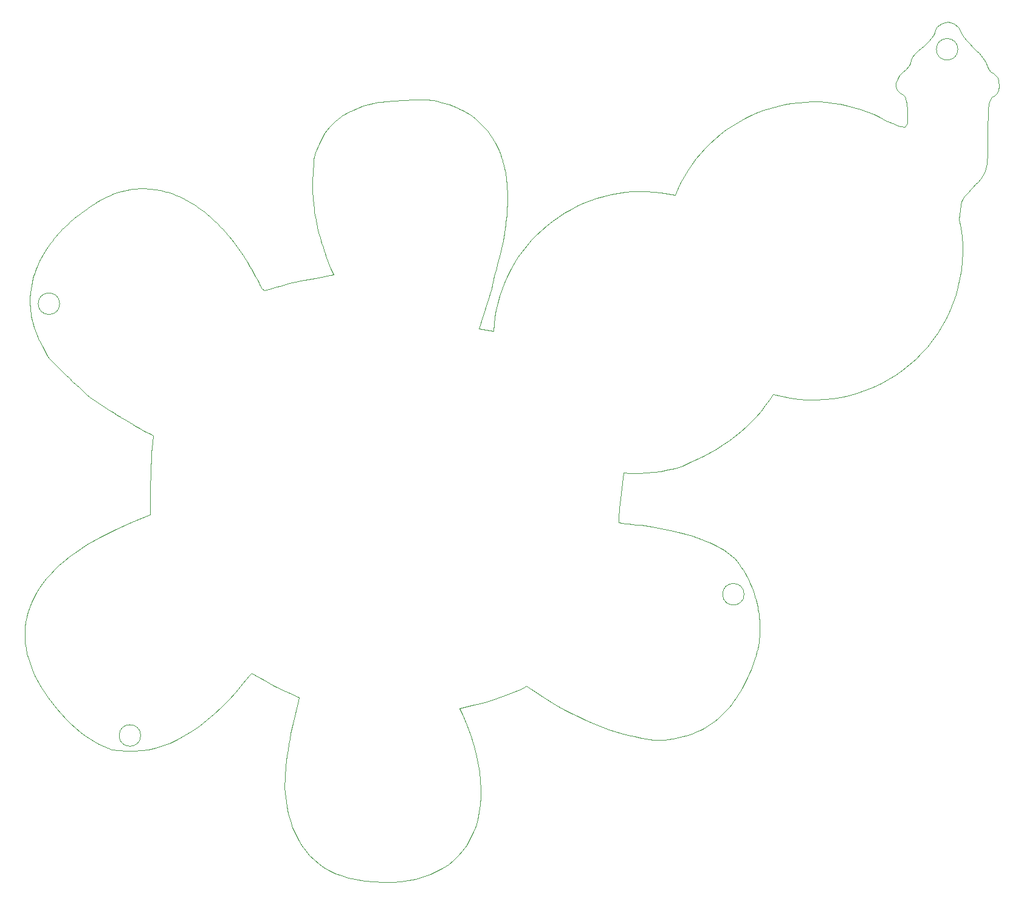
<source format=gbr>
%TF.GenerationSoftware,KiCad,Pcbnew,7.0.9*%
%TF.CreationDate,2024-02-03T11:29:30-06:00*%
%TF.ProjectId,bsidesPR,62736964-6573-4505-922e-6b696361645f,rev?*%
%TF.SameCoordinates,Original*%
%TF.FileFunction,Profile,NP*%
%FSLAX46Y46*%
G04 Gerber Fmt 4.6, Leading zero omitted, Abs format (unit mm)*
G04 Created by KiCad (PCBNEW 7.0.9) date 2024-02-03 11:29:30*
%MOMM*%
%LPD*%
G01*
G04 APERTURE LIST*
%TA.AperFunction,Profile*%
%ADD10C,0.100000*%
%TD*%
G04 APERTURE END LIST*
D10*
X83888372Y-73787501D02*
G75*
G03*
X83888372Y-73787501I-1500000J0D01*
G01*
X209018000Y-38330000D02*
G75*
G03*
X209018000Y-38330000I-1500000J0D01*
G01*
X208021970Y-34570173D02*
X208479278Y-34746723D01*
X209081367Y-35277964D01*
X209315597Y-35698040D01*
X209524504Y-36092953D01*
X209855657Y-36584280D01*
X210277365Y-37129460D01*
X210593025Y-37501618D01*
X211094858Y-38041134D01*
X211607857Y-38533478D01*
X211939043Y-38868128D01*
X212244064Y-39205592D01*
X212516386Y-39537292D01*
X212894915Y-40078335D01*
X213162990Y-40747363D01*
X213284099Y-41138207D01*
X213588928Y-41476859D01*
X214022781Y-41700750D01*
X214549815Y-42287439D01*
X214699026Y-42706736D01*
X214765772Y-43357384D01*
X214645721Y-44061343D01*
X214458283Y-44458358D01*
X214174474Y-44778968D01*
X213747848Y-45009642D01*
X213457005Y-45473126D01*
X213347481Y-45931083D01*
X213249091Y-46768353D01*
X213221358Y-47194058D01*
X213199552Y-47676228D01*
X213172075Y-48821188D01*
X213163663Y-50226866D01*
X213160619Y-51933589D01*
X213151967Y-52633614D01*
X213134376Y-53246043D01*
X213104623Y-53781591D01*
X213059698Y-54251248D01*
X212911129Y-55036055D01*
X212736027Y-55527076D01*
X212496679Y-55967704D01*
X212185457Y-56392188D01*
X211795087Y-56834512D01*
X211487102Y-57156410D01*
X211138309Y-57511510D01*
X210792496Y-57863387D01*
X210492473Y-58175010D01*
X209921618Y-58839325D01*
X209685418Y-59206430D01*
X209515412Y-59588795D01*
X209400344Y-60020707D01*
X209316109Y-60740028D01*
X209234038Y-61311898D01*
X209193207Y-62003478D01*
X209410790Y-63177754D01*
X209560072Y-64357712D01*
X209641463Y-65540382D01*
X209655233Y-66723002D01*
X209601825Y-67902618D01*
X209481638Y-69076422D01*
X209294977Y-70241506D01*
X209042330Y-71394994D01*
X208723922Y-72534035D01*
X208340274Y-73655748D01*
X207891706Y-74757266D01*
X207378546Y-75835757D01*
X206804335Y-76882977D01*
X206173623Y-77891373D01*
X205488518Y-78858985D01*
X204751158Y-79783783D01*
X203963674Y-80663817D01*
X203128101Y-81497083D01*
X202246578Y-82281587D01*
X201321203Y-83015386D01*
X200354115Y-83696421D01*
X199347382Y-84322787D01*
X198303174Y-84892452D01*
X197223501Y-85403449D01*
X196116248Y-85851604D01*
X194989808Y-86233971D01*
X193847090Y-86550376D01*
X192690970Y-86800547D01*
X191524276Y-86984321D01*
X190349916Y-87101523D01*
X189170837Y-87151884D01*
X187989859Y-87135233D01*
X186809939Y-87051331D01*
X185633848Y-86900014D01*
X184464638Y-86681073D01*
X183305065Y-86394276D01*
X182767825Y-87135910D01*
X182190354Y-87937265D01*
X181573862Y-88744660D01*
X180919686Y-89556801D01*
X180228982Y-90250586D01*
X179503053Y-90909780D01*
X178743207Y-91601867D01*
X177950668Y-92283988D01*
X177126654Y-92850805D01*
X176272528Y-93415518D01*
X175389546Y-94008855D01*
X174478823Y-94507744D01*
X173545109Y-95007922D01*
X172593210Y-95457636D01*
X171624833Y-95927765D01*
X170641740Y-96408514D01*
X169645589Y-96697654D01*
X168638182Y-96886273D01*
X167621171Y-97148757D01*
X166596301Y-97278646D01*
X165565287Y-97359900D01*
X164529899Y-97392147D01*
X163491803Y-97375092D01*
X162452682Y-97308350D01*
X161944977Y-101665655D01*
X161866166Y-102258515D01*
X161801863Y-102759811D01*
X161757915Y-103175984D01*
X161771310Y-103870045D01*
X161790808Y-104306909D01*
X162259788Y-104378799D01*
X162710551Y-104410610D01*
X163117063Y-104463618D01*
X163609474Y-104516145D01*
X164192737Y-104575497D01*
X164871674Y-104649189D01*
X166394828Y-104846489D01*
X167691643Y-105117416D01*
X168934985Y-105387431D01*
X170078792Y-105653952D01*
X171092647Y-105913079D01*
X171967658Y-106161657D01*
X172716553Y-106399996D01*
X173366283Y-106631622D01*
X173946974Y-106861886D01*
X174482821Y-107095747D01*
X174989276Y-107336730D01*
X175473620Y-107586597D01*
X175938523Y-107846029D01*
X176384039Y-108115434D01*
X176808791Y-108394741D01*
X177210456Y-108684077D01*
X177586814Y-108983459D01*
X177936625Y-109293015D01*
X178226914Y-109671240D01*
X178515073Y-110057676D01*
X178798409Y-110459678D01*
X179075209Y-110881690D01*
X179342844Y-111326421D01*
X179599087Y-111790346D01*
X179841536Y-112271222D01*
X180066714Y-112756176D01*
X180273274Y-113242724D01*
X180457219Y-113712889D01*
X180619728Y-114167891D01*
X180758532Y-114595535D01*
X180876580Y-114996038D01*
X180975338Y-115374367D01*
X181057065Y-115720580D01*
X181126687Y-116059168D01*
X181184069Y-116369404D01*
X181235138Y-116684960D01*
X181278109Y-116984342D01*
X181317314Y-117295692D01*
X181350511Y-117605521D01*
X181379406Y-117929416D01*
X181402229Y-118262099D01*
X181418339Y-118608994D01*
X181426133Y-118968633D01*
X181424066Y-119341843D01*
X181410536Y-119728079D01*
X181383612Y-120127092D01*
X181341995Y-120538386D01*
X181284109Y-120962297D01*
X181209399Y-121398040D01*
X181116345Y-121846769D01*
X181006092Y-122307033D01*
X180877902Y-122780251D01*
X180734724Y-123263538D01*
X180577743Y-123757168D01*
X180411774Y-124256941D01*
X180240517Y-124760785D01*
X179991596Y-125309689D01*
X179738268Y-125843477D01*
X179480463Y-126361219D01*
X179216657Y-126863572D01*
X178945593Y-127351306D01*
X178666599Y-127824588D01*
X178379457Y-128283258D01*
X178084009Y-128727140D01*
X177779844Y-129156746D01*
X177465610Y-129573528D01*
X177138318Y-129980616D01*
X176792753Y-130382553D01*
X176421818Y-130783841D01*
X176017919Y-131186515D01*
X175577121Y-131587267D01*
X175102341Y-131976579D01*
X174604201Y-132341449D01*
X174097546Y-132670568D01*
X173595129Y-132958831D01*
X173103294Y-133208425D01*
X172621016Y-133426040D01*
X172142583Y-133618974D01*
X171659055Y-133792874D01*
X171157319Y-133951753D01*
X170617563Y-134099241D01*
X170015851Y-134239776D01*
X169336073Y-134377803D01*
X168586192Y-134516167D01*
X168190535Y-134561644D01*
X167392060Y-134604206D01*
X166550487Y-134554082D01*
X166060823Y-134494193D01*
X164978018Y-134303366D01*
X163961760Y-134107180D01*
X163018449Y-133899563D01*
X162129804Y-133673704D01*
X161270182Y-133423701D01*
X160419316Y-133145892D01*
X159565903Y-132838435D01*
X158705640Y-132501042D01*
X157837647Y-132134409D01*
X156962428Y-131740418D01*
X156081169Y-131322644D01*
X155195512Y-130887101D01*
X154307475Y-130441929D01*
X153404410Y-129925277D01*
X152496403Y-129379753D01*
X151584086Y-128805718D01*
X148905357Y-127081564D01*
X148390835Y-127357474D01*
X147830427Y-127630204D01*
X147112325Y-127935178D01*
X146274341Y-128259554D01*
X145354597Y-128590130D01*
X144390834Y-128913929D01*
X143421239Y-129217957D01*
X142483688Y-129489157D01*
X141616067Y-129714471D01*
X139618678Y-130196164D01*
X139983513Y-131022413D01*
X140570033Y-132426533D01*
X141079027Y-133802198D01*
X141511581Y-135147823D01*
X141868413Y-136461805D01*
X142150532Y-137742646D01*
X142358822Y-138988801D01*
X142494134Y-140198641D01*
X142557380Y-141370663D01*
X142549377Y-142503271D01*
X142471211Y-143594991D01*
X142323623Y-144644110D01*
X142107498Y-145649185D01*
X141823781Y-146608574D01*
X141473398Y-147520852D01*
X141057185Y-148384271D01*
X140576033Y-149197429D01*
X140031094Y-149957989D01*
X139423650Y-150663882D01*
X138754823Y-151313475D01*
X138025734Y-151905494D01*
X137237537Y-152438256D01*
X136391349Y-152910425D01*
X135488221Y-153320597D01*
X134529440Y-153667155D01*
X133515962Y-153948657D01*
X132449003Y-154163733D01*
X131329681Y-154310780D01*
X130159117Y-154388437D01*
X128938398Y-154395223D01*
X127668740Y-154329638D01*
X126351301Y-154190185D01*
X124987031Y-153975381D01*
X124045987Y-153768989D01*
X123147813Y-153501354D01*
X122293382Y-153173245D01*
X121483379Y-152785664D01*
X120718714Y-152339507D01*
X120000108Y-151835631D01*
X119328501Y-151274919D01*
X118704543Y-150658387D01*
X118129110Y-149986780D01*
X117603025Y-149261052D01*
X117127059Y-148482147D01*
X116702031Y-147650876D01*
X116328757Y-146768263D01*
X116008010Y-145835053D01*
X115740539Y-144852337D01*
X115527334Y-143819288D01*
X115192784Y-141315011D01*
X115383847Y-138188499D01*
X115457707Y-137505501D01*
X115553105Y-136761316D01*
X115666070Y-135979495D01*
X115792766Y-135183632D01*
X115929199Y-134397197D01*
X116071528Y-133643800D01*
X116215964Y-132946959D01*
X116358361Y-132330226D01*
X117164498Y-129045644D01*
X117262675Y-128641952D01*
X115750272Y-127987200D01*
X115378115Y-127822489D01*
X114962584Y-127627080D01*
X114517380Y-127409769D01*
X114056167Y-127177334D01*
X113592650Y-126937024D01*
X113140425Y-126695633D01*
X112713261Y-126460345D01*
X112324723Y-126238156D01*
X111971928Y-126032710D01*
X111067918Y-125516393D01*
X110592361Y-125302880D01*
X110299220Y-125631798D01*
X109882739Y-126123393D01*
X109387141Y-126724528D01*
X108399705Y-127891975D01*
X107403657Y-128985282D01*
X106400080Y-130003815D01*
X105390126Y-130946654D01*
X104374883Y-131813189D01*
X103355537Y-132602676D01*
X102333138Y-133314305D01*
X101308807Y-133947243D01*
X100283592Y-134500906D01*
X99258821Y-134974356D01*
X98235371Y-135366969D01*
X97214564Y-135677942D01*
X96197423Y-135906516D01*
X95184994Y-136051937D01*
X94178535Y-136113485D01*
X93179061Y-136090326D01*
X91123886Y-135945617D01*
X89388677Y-135147143D01*
X88741623Y-134817984D01*
X88080395Y-134420942D01*
X87409704Y-133961286D01*
X86734673Y-133444658D01*
X86060014Y-132876487D01*
X85390612Y-132262398D01*
X84731520Y-131607846D01*
X84087518Y-130918335D01*
X83463458Y-130199352D01*
X82864424Y-129456433D01*
X82295200Y-128694992D01*
X81760635Y-127920734D01*
X81265782Y-127138938D01*
X80815388Y-126355219D01*
X80414370Y-125575025D01*
X80067648Y-124804019D01*
X79773320Y-124040271D01*
X79527283Y-123281482D01*
X79329301Y-122527972D01*
X79179238Y-121779998D01*
X79077025Y-121037984D01*
X79022460Y-120302154D01*
X79015338Y-119572821D01*
X79055660Y-118850417D01*
X79143121Y-118135095D01*
X79277652Y-117427303D01*
X79459187Y-116727250D01*
X79687521Y-116035431D01*
X79962349Y-115351952D01*
X80283875Y-114677261D01*
X80651556Y-114011695D01*
X81065562Y-113355549D01*
X81525315Y-112709040D01*
X82030512Y-112072297D01*
X82580847Y-111445519D01*
X83176251Y-110828850D01*
X83816488Y-110222492D01*
X84501456Y-109626716D01*
X85230951Y-109041586D01*
X86004838Y-108467311D01*
X86822879Y-107904124D01*
X87685074Y-107352127D01*
X88590983Y-106811562D01*
X89540674Y-106282525D01*
X90533907Y-105765215D01*
X91570550Y-105260018D01*
X92650328Y-104766829D01*
X93773177Y-104285945D01*
X96493989Y-103157366D01*
X96508062Y-99590609D01*
X96514982Y-98808985D01*
X96529631Y-98005055D01*
X96578059Y-96420382D01*
X96610309Y-95684544D01*
X96646800Y-95016570D01*
X96686817Y-94438866D01*
X96731004Y-93973956D01*
X96925901Y-92192151D01*
X96617939Y-92032391D01*
X96284815Y-91859332D01*
X95900925Y-91659589D01*
X95574548Y-91485617D01*
X95305894Y-91337484D01*
X95038457Y-91188879D01*
X94723646Y-91008734D01*
X94361357Y-90796987D01*
X93991675Y-90580217D01*
X93594355Y-90343777D01*
X93169565Y-90087669D01*
X92741249Y-89828846D01*
X92524750Y-89697268D01*
X92303301Y-89561003D01*
X91855009Y-89283667D01*
X91379316Y-88988422D01*
X91074035Y-88797460D01*
X90633746Y-88519446D01*
X89618470Y-87876462D01*
X88580776Y-87205024D01*
X88071950Y-86840293D01*
X87583608Y-86417608D01*
X86627780Y-85514647D01*
X85675920Y-84599787D01*
X85199887Y-84140644D01*
X84723890Y-83678449D01*
X83772300Y-82751412D01*
X82847231Y-81835702D01*
X82452419Y-81408266D01*
X82193462Y-81042078D01*
X81811301Y-80371116D01*
X81466748Y-79731725D01*
X81234616Y-79292421D01*
X81114124Y-79052828D01*
X81005163Y-78833026D01*
X80903663Y-78615815D01*
X80628529Y-77970116D01*
X80466087Y-77537917D01*
X80321857Y-77104341D01*
X80220967Y-76778648D01*
X80134184Y-76452137D01*
X80051878Y-76125422D01*
X79983578Y-75798062D01*
X79919754Y-75470566D01*
X79869869Y-75142633D01*
X79812964Y-74705260D01*
X79773794Y-74267718D01*
X79752260Y-73830281D01*
X79743273Y-73502292D01*
X79753074Y-72956148D01*
X79796855Y-72301936D01*
X79876414Y-71649628D01*
X79950683Y-71216240D01*
X80037805Y-70783922D01*
X80169759Y-70245612D01*
X80263459Y-69924188D01*
X80361399Y-69603220D01*
X80472565Y-69283879D01*
X80587935Y-68965151D01*
X80716465Y-68648289D01*
X80896812Y-68227266D01*
X81093845Y-67808935D01*
X81417710Y-67186419D01*
X81775455Y-66570443D01*
X81902187Y-66366663D01*
X82034073Y-66163984D01*
X82234633Y-65860533D01*
X82447774Y-65560033D01*
X82591733Y-65360134D01*
X82740711Y-65161425D01*
X82894742Y-64964019D01*
X83049723Y-64766833D01*
X83209689Y-64571006D01*
X83374674Y-64376482D01*
X83624814Y-64085409D01*
X83887400Y-63797915D01*
X84064220Y-63606732D01*
X84245958Y-63417043D01*
X84432648Y-63228843D01*
X84620252Y-63040935D01*
X84812774Y-62854550D01*
X85010180Y-62669793D01*
X85208535Y-62485377D01*
X85411739Y-62302553D01*
X85619828Y-62121392D01*
X85934537Y-61850634D01*
X86261286Y-61584147D01*
X86480870Y-61407157D01*
X86705203Y-61231931D01*
X86934350Y-61058536D01*
X87164413Y-60885514D01*
X87399191Y-60714355D01*
X87638750Y-60545098D01*
X87879191Y-60376213D01*
X88124277Y-60209397D01*
X88373943Y-60044615D01*
X88748440Y-59800953D01*
X89118257Y-59577468D01*
X89487634Y-59360427D01*
X89859181Y-59163632D01*
X90107150Y-59035374D01*
X90355900Y-58915153D01*
X90605395Y-58803005D01*
X90855027Y-58692415D01*
X91105336Y-58589830D01*
X91356289Y-58495316D01*
X91607345Y-58402328D01*
X91858943Y-58317275D01*
X92111050Y-58240224D01*
X92489447Y-58128889D01*
X92868862Y-58037359D01*
X93248582Y-57952069D01*
X93629014Y-57886482D01*
X94009616Y-57827066D01*
X94390693Y-57787186D01*
X94644765Y-57763413D01*
X94898908Y-57747440D01*
X95153048Y-57739199D01*
X95407223Y-57732517D01*
X95661366Y-57733535D01*
X95915404Y-57742251D01*
X96169445Y-57752459D01*
X96423281Y-57770331D01*
X96676879Y-57795901D01*
X97057211Y-57838393D01*
X97436830Y-57899876D01*
X97689749Y-57943658D01*
X97942263Y-57995001D01*
X98194301Y-58053941D01*
X98446307Y-58114307D01*
X98697702Y-58182233D01*
X98948588Y-58257656D01*
X99199372Y-58334502D01*
X99449477Y-58418876D01*
X99698906Y-58510677D01*
X99948230Y-58603971D01*
X100196811Y-58704692D01*
X100444543Y-58812839D01*
X100692139Y-58922411D01*
X100938853Y-59039342D01*
X101184653Y-59163564D01*
X101430282Y-59289245D01*
X101674893Y-59422149D01*
X101918522Y-59562343D01*
X102161982Y-59703963D01*
X102404321Y-59852737D01*
X102645542Y-60008737D01*
X102886593Y-60166090D01*
X103126424Y-60330635D01*
X103365066Y-60502300D01*
X103603473Y-60675391D01*
X103840590Y-60855501D01*
X104076418Y-61042767D01*
X104429381Y-61327429D01*
X104778885Y-61629727D01*
X105127235Y-61937586D01*
X105471857Y-62262910D01*
X105701038Y-62482325D01*
X105928660Y-62708658D01*
X106154621Y-62941892D01*
X106380309Y-63176517D01*
X106604303Y-63417974D01*
X106826600Y-63666335D01*
X107048591Y-63916015D01*
X107268718Y-64172549D01*
X107487082Y-64435897D01*
X107813593Y-64834609D01*
X108135391Y-65250241D01*
X108349243Y-65529768D01*
X108561028Y-65816024D01*
X108770845Y-66109030D01*
X108980257Y-66403305D01*
X109187598Y-66704265D01*
X109392804Y-67011918D01*
X109699476Y-67476949D01*
X110000655Y-67958522D01*
X110200602Y-68281933D01*
X110398282Y-68611900D01*
X110593651Y-68948452D01*
X110788511Y-69286186D01*
X110980528Y-69629400D01*
X111169520Y-69977953D01*
X111437295Y-70474350D01*
X111609573Y-70800084D01*
X111762925Y-71092104D01*
X112080892Y-71683830D01*
X112380442Y-71948329D01*
X113367164Y-71677265D01*
X114133351Y-71438574D01*
X114581780Y-71300887D01*
X115092536Y-71156875D01*
X115648266Y-71010681D01*
X116231665Y-70866450D01*
X116825306Y-70728527D01*
X117411894Y-70600998D01*
X117974096Y-70488121D01*
X118494486Y-70394113D01*
X119469644Y-70226177D01*
X120372705Y-70063973D01*
X121098674Y-69926999D01*
X121542792Y-69834522D01*
X122019875Y-69720692D01*
X121649312Y-68854765D01*
X121474051Y-68437592D01*
X121321716Y-68058650D01*
X121208583Y-67769598D01*
X121057874Y-67360491D01*
X120964343Y-67095411D01*
X120866984Y-66809343D01*
X120700878Y-66306994D01*
X120574178Y-65911878D01*
X120391491Y-65339416D01*
X120284057Y-64988842D01*
X120158987Y-64570107D01*
X120031002Y-64116017D01*
X119891380Y-63536110D01*
X119680783Y-62621163D01*
X119468355Y-61659333D01*
X119374824Y-61136636D01*
X119307949Y-60535433D01*
X119201937Y-59259266D01*
X119108711Y-57968924D01*
X119082227Y-57322888D01*
X119096098Y-56680921D01*
X119164090Y-55407568D01*
X119243582Y-54168772D01*
X119293874Y-53636378D01*
X119364446Y-53281956D01*
X119524887Y-52753529D01*
X119685533Y-52272206D01*
X119809722Y-51931690D01*
X119979488Y-51543085D01*
X120152783Y-51186662D01*
X120332483Y-50841738D01*
X120619384Y-50349427D01*
X120821878Y-50036516D01*
X121143811Y-49588461D01*
X121488194Y-49165605D01*
X121731924Y-48898100D01*
X121984439Y-48639177D01*
X122316001Y-48330844D01*
X122525717Y-48154905D01*
X122738586Y-47981577D01*
X122961632Y-47816355D01*
X123188031Y-47653541D01*
X123584505Y-47396314D01*
X123917120Y-47200434D01*
X124172178Y-47057289D01*
X124438731Y-46921095D01*
X124802409Y-46744071D01*
X125180738Y-46575661D01*
X125575281Y-46415051D01*
X125983723Y-46259798D01*
X126438219Y-46107259D01*
X126899841Y-45996534D01*
X127584265Y-45853729D01*
X128311147Y-45710413D01*
X128732310Y-45645403D01*
X129265317Y-45594398D01*
X130439065Y-45507005D01*
X131634046Y-45425750D01*
X132234300Y-45394314D01*
X132834217Y-45381460D01*
X134027568Y-45374746D01*
X135192231Y-45378171D01*
X135701362Y-45397467D01*
X136060260Y-45451490D01*
X136625211Y-45593618D01*
X137149365Y-45739306D01*
X137542851Y-45854338D01*
X137806184Y-45937425D01*
X138180548Y-46059239D01*
X138538902Y-46192414D01*
X138775715Y-46282825D01*
X139008319Y-46378560D01*
X139235366Y-46478975D01*
X139461529Y-46580341D01*
X139683454Y-46686929D01*
X139899884Y-46798161D01*
X140222157Y-46967759D01*
X140532217Y-47149565D01*
X140838384Y-47335169D01*
X141326150Y-47666360D01*
X141882825Y-48091862D01*
X142234670Y-48394396D01*
X142491963Y-48627241D01*
X142898070Y-49036398D01*
X143206027Y-49380034D01*
X143430360Y-49643569D01*
X143642115Y-49918600D01*
X143849893Y-50197228D01*
X144173083Y-50682076D01*
X144414402Y-51085807D01*
X144588783Y-51394242D01*
X144750346Y-51713801D01*
X144907871Y-52036819D01*
X145052540Y-52370960D01*
X145147052Y-52595056D01*
X145236685Y-52824135D01*
X145320856Y-53056981D01*
X145444503Y-53408858D01*
X145555261Y-53771520D01*
X145627223Y-54014571D01*
X145694234Y-54262610D01*
X145755886Y-54514173D01*
X145845719Y-54894096D01*
X145922736Y-55284534D01*
X145972219Y-55546068D01*
X146016679Y-55812554D01*
X146055844Y-56082396D01*
X146094032Y-56353053D01*
X146127165Y-56628660D01*
X146155075Y-56907593D01*
X146182000Y-57187338D01*
X146203805Y-57471966D01*
X146220388Y-57759853D01*
X146236025Y-58048516D01*
X146246535Y-58342098D01*
X146251830Y-58638901D01*
X146256204Y-58936450D01*
X146255355Y-59238953D01*
X146249347Y-59544573D01*
X146237515Y-60005548D01*
X146212793Y-60476595D01*
X146194512Y-60791710D01*
X146170944Y-61111710D01*
X146142290Y-61434762D01*
X146096299Y-61922834D01*
X146034311Y-62440849D01*
X145981135Y-62853228D01*
X145927727Y-63229098D01*
X145821374Y-63939483D01*
X145631397Y-64987282D01*
X145407197Y-66060143D01*
X145148718Y-67157864D01*
X144855945Y-68280218D01*
X144703306Y-68847780D01*
X144560128Y-69397117D01*
X144429086Y-69916165D01*
X144313345Y-70392503D01*
X144138997Y-71172393D01*
X144049844Y-71661396D01*
X142317078Y-77305835D01*
X144312833Y-77625088D01*
X144391483Y-76622632D01*
X144518479Y-75628159D01*
X144693236Y-74643368D01*
X144915161Y-73669892D01*
X145183678Y-72709397D01*
X145498152Y-71763542D01*
X145858032Y-70834014D01*
X146262677Y-69922441D01*
X146711510Y-69030520D01*
X147203921Y-68159879D01*
X147739304Y-67312249D01*
X148317103Y-66489189D01*
X148934388Y-65695361D01*
X149587610Y-64934769D01*
X150275463Y-64208478D01*
X150996481Y-63517627D01*
X151749206Y-62863232D01*
X152532284Y-62246327D01*
X153344289Y-61668081D01*
X154183795Y-61129412D01*
X155049377Y-60631439D01*
X155939657Y-60175246D01*
X156853192Y-59761886D01*
X157788572Y-59392373D01*
X158740872Y-59068948D01*
X159704907Y-58793102D01*
X160678948Y-58564972D01*
X161661128Y-58384590D01*
X162649813Y-58252162D01*
X163643216Y-58167754D01*
X164639503Y-58131432D01*
X165636944Y-58143405D01*
X166633776Y-58203700D01*
X167628229Y-58312390D01*
X168618580Y-58469677D01*
X169602995Y-58675594D01*
X169990753Y-57768500D01*
X170419951Y-56883346D01*
X170889507Y-56021421D01*
X171398502Y-55184015D01*
X171945820Y-54372419D01*
X172530509Y-53588019D01*
X173151479Y-52831969D01*
X173807825Y-52105696D01*
X174498426Y-51410385D01*
X175222360Y-50747426D01*
X175978545Y-50118075D01*
X176765957Y-49523621D01*
X177580782Y-48967282D01*
X178418662Y-48451675D01*
X179278140Y-47977373D01*
X180157629Y-47544952D01*
X181055535Y-47154889D01*
X181970399Y-46807827D01*
X182900589Y-46504207D01*
X183844549Y-46244674D01*
X184800750Y-46029701D01*
X185767669Y-45859866D01*
X186743745Y-45735746D01*
X187727311Y-45657849D01*
X188713528Y-45626751D01*
X189697295Y-45642486D01*
X190677031Y-45704614D01*
X191651104Y-45812796D01*
X192617991Y-45966624D01*
X193576027Y-46165793D01*
X194523544Y-46409828D01*
X195459061Y-46698458D01*
X196380903Y-47031278D01*
X197287428Y-47407843D01*
X198177123Y-47827886D01*
X199048376Y-48290997D01*
X200159756Y-48772116D01*
X200596348Y-48948563D01*
X201041592Y-49099984D01*
X201668498Y-49173744D01*
X201938512Y-48627139D01*
X201974184Y-47970217D01*
X201977853Y-47310209D01*
X201966558Y-46670888D01*
X201906869Y-45886623D01*
X201838368Y-45475602D01*
X201668498Y-44962945D01*
X201407472Y-44656239D01*
X200961659Y-44435602D01*
X200577122Y-44029770D01*
X200398303Y-43508091D01*
X200406779Y-43046167D01*
X200593095Y-42451746D01*
X200874333Y-41984091D01*
X201384481Y-41439012D01*
X201713262Y-41161336D01*
X202198008Y-40615341D01*
X202405081Y-40272790D01*
X202521198Y-39856885D01*
X202686014Y-39399675D01*
X202997636Y-38974851D01*
X203487469Y-38462499D01*
X204230228Y-37864924D01*
X204935064Y-37215463D01*
X205350027Y-36720168D01*
X205579778Y-36378532D01*
X205759181Y-36021533D01*
X205901038Y-35615972D01*
X206137406Y-35223942D01*
X206679942Y-34757982D01*
X207199214Y-34560779D01*
X207610372Y-34519101D01*
X208021970Y-34570173D01*
X95165972Y-133960101D02*
G75*
G03*
X95165972Y-133960101I-1500000J0D01*
G01*
X179239972Y-114275101D02*
G75*
G03*
X179239972Y-114275101I-1500000J0D01*
G01*
M02*

</source>
